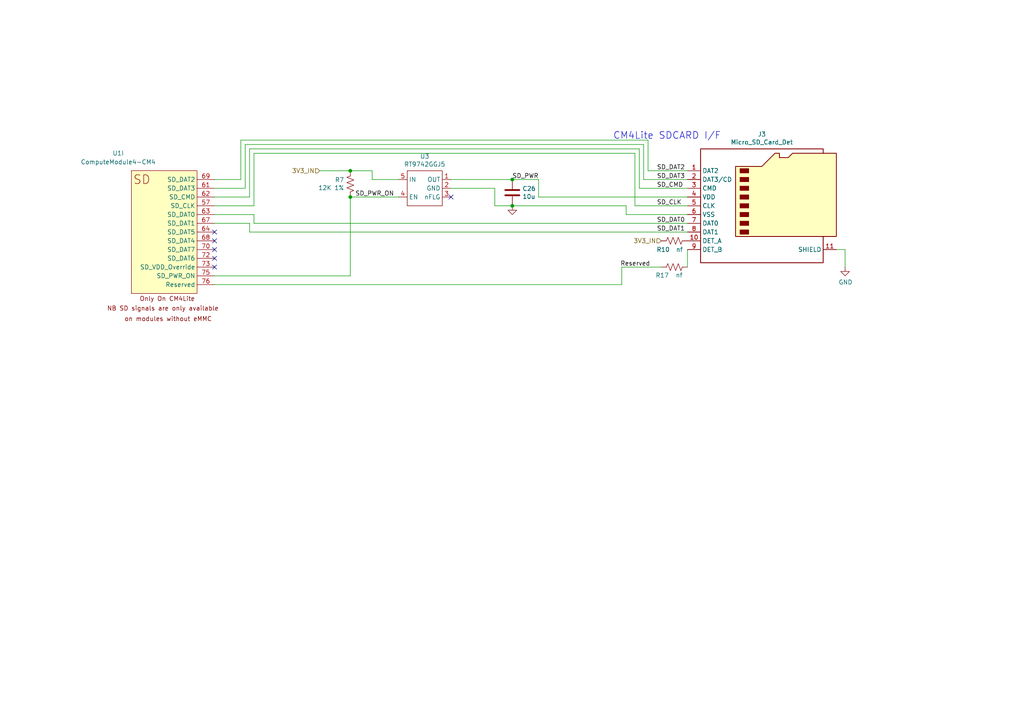
<source format=kicad_sch>
(kicad_sch (version 20231120) (generator "eeschema") (generator_version "8.0")
  (paper "A4")
  (lib_symbols
    (symbol "CM4IO:RT9742GGJ5"
      (property "Reference" "U" (at 0 0 0))
      (property "Value" "RT9742GGJ5" (at 0 0 0))
      (symbol "RT9742GGJ5_0_0"
        (pin power_out line (at -8.89 10.16 0) (length 2.54) (name "OUT") (number "1"))
        (pin power_in line (at -8.89 7.62 0) (length 2.54) (name "GND") (number "2"))
        (pin open_collector line (at -8.89 5.08 0) (length 2.54) (name "nFLG") (number "3"))
        (pin input line (at 6.35 5.08 180) (length 2.54) (name "EN") (number "4"))
        (pin power_in line (at 6.35 10.16 180) (length 2.54) (name "IN") (number "5"))
      )
      (symbol "RT9742GGJ5_0_1"
        (rectangle (start -6.35 12.7) (end 3.81 2.54))
      )
    )
    (symbol "ComputeModule4-CM4_4"
      (property "Reference" "U1" (at 22.86 5.08 0))
      (property "Value" "ComputeModule4-CM4" (at 22.86 2.54 0))
      (symbol "ComputeModule4-CM4_4_1_1"
        (rectangle (start 0 0) (end 78.74 -78.74) (fill (type background)))
        (text "GPIO" (at 72.644 -3.556 0) (effects (font (size 2.54 2.54))))
        (pin passive line (at -49.53 -7.62 0) (length 5.08) hide (name "Reserved") (number "104"))
        (pin passive line (at -49.53 -10.16 0) (length 5.08) hide (name "Reserved") (number "106"))
        (pin passive line (at -5.08 -68.58 0) (length 5.08) (name "GPIO26/SD0_DAT2/DPI_D22/SD1_DAT2/ARM_TDI/SPI5_CE1_N") (number "24"))
        (pin passive line (at -5.08 -55.88 0) (length 5.08) (name "GPIO21/PCM_DOUT/SD13/DPI_D17/SPI6_SCLK/SPI1_SCLK/GPCLK1") (number "25"))
        (pin passive line (at -5.08 -50.8 0) (length 5.08) (name "GPIO19/PCM_FS/SD11/DPI_D15/SPI6_MISO/SPI1_MISO/PWM0_1") (number "26"))
        (pin passive line (at -5.08 -53.34 0) (length 5.08) (name "GPIO20/PCM_DIN/SD12/DPI_D16/SPI6_MOSI/SPI1_MOSI/GPCLK0") (number "27"))
        (pin passive line (at -5.08 -35.56 0) (length 5.08) (name "GPIO13/PWM0_1/SD5/DPI_D9/SPI5_MISO/RXD5/SCL5") (number "28"))
        (pin passive line (at -5.08 -43.18 0) (length 5.08) (name "GPIO16/SD8/DPI_D12/CTS0/SPI1_CE2_N/CTS1") (number "29"))
        (pin passive line (at -5.08 -17.78 0) (length 5.08) (name "GPIO6/GPCLK2/SDE_N/SE/DPI_D2/SPI4_MOSI/CTS3/SDA4") (number "30"))
        (pin passive line (at -5.08 -33.02 0) (length 5.08) (name "GPIO12/PWM0_0/SD4/DPI_D8/SPI5_CE0_N/TXD5/SDA5") (number "31"))
        (pin passive line (at -5.08 -15.24 0) (length 5.08) (name "GPIO5/GPCLK1/SA0/DPI_D1/SPI4_MISO/RXD3/SCL3") (number "34"))
        (pin passive line (at -5.08 -5.08 0) (length 5.08) (name "GPIO1/SCL0/SA4/DE/SPI3_MISO/RXD2/SCL6") (number "35"))
        (pin passive line (at -5.08 -2.54 0) (length 5.08) (name "GPIO0/SDA0/SA5/PCLK/SPI3_CE0_N/TXD2/SDA6") (number "36"))
        (pin passive line (at -5.08 -20.32 0) (length 5.08) (name "GPIO7/SPI0_CE1_N/SWE_N/SRW_N/DPI_D3/SPI4_SCLK/RTS3/SCL4") (number "37"))
        (pin passive line (at -5.08 -30.48 0) (length 5.08) (name "GPIO11/SPI0_SCLK/SD3/DPI_D7/BSCSL_SCL/BSCSL_SCLK/RTS4/SCL5") (number "38"))
        (pin passive line (at -5.08 -22.86 0) (length 5.08) (name "GPIO8/SPI0_CE0_N/SD0/DPI_D4/BSCSL_CE_N/TXD4/SDA4") (number "39"))
        (pin passive line (at -5.08 -25.4 0) (length 5.08) (name "GPIO9/SPI0_MISO/SD1/DPI_D5/BSCSL_MISO/RXD4/SCL4") (number "40"))
        (pin passive line (at -5.08 -66.04 0) (length 5.08) (name "GPIO25/SD0_DAT1/SD17/DPI_D21/SD1_DAT1/ARM_TCK/SPI4_CE1_N") (number "41"))
        (pin passive line (at -5.08 -27.94 0) (length 5.08) (name "GPIO10/SPI0_MOSI/SD2/DPI_D6/BSCSL_SDA/BSCSL_MOSI/CTS4/SDA5") (number "44"))
        (pin passive line (at -5.08 -63.5 0) (length 5.08) (name "GPIO24/SD0_DAT0/SD16/DPI_D20/SD1_DAT0/ARM_TD0/SPI3_CE1_N") (number "45"))
        (pin passive line (at -5.08 -58.42 0) (length 5.08) (name "GPIO22/SDO_CLK/SD14/DPI_D18/SD1_CLK/ARM_TRST/SDA6") (number "46"))
        (pin passive line (at -5.08 -60.96 0) (length 5.08) (name "GPIO23/SD0_CMD/SD15/DPI_D19/SD1_CMD/ARM_RTCK/SCL6") (number "47"))
        (pin passive line (at -5.08 -71.12 0) (length 5.08) (name "GPIO27/SD0_DAT3/DPI_D23/SD1_DAT3/ARM_TMS/SPI6_CE1_N") (number "48"))
        (pin passive line (at -5.08 -48.26 0) (length 5.08) (name "GPIO18/PCM_CLK/SD10/DPI_D14/SPI6_CE0_N/SPI1_CE0_N/PWM0_0") (number "49"))
        (pin passive line (at -5.08 -45.72 0) (length 5.08) (name "GPIO17/SD9/DPI_D13/RTS0/SPI1_CE1_N/RTS1") (number "50"))
        (pin passive line (at -5.08 -40.64 0) (length 5.08) (name "GPIO15/RXD0/SD7/DPI_D11/SPI5_SCLK/RTS5/RXD1") (number "51"))
        (pin passive line (at -5.08 -12.7 0) (length 5.08) (name "GPIO4/GPCLK0/SA1/DPI_D0/SPI4_CE0_N/TXD3/SDA3") (number "54"))
        (pin passive line (at -5.08 -38.1 0) (length 5.08) (name "GPIO14/TXD0/SD6/DPI_D10/SPI5_MOSI/CTS5/TXD1") (number "55"))
        (pin passive line (at -5.08 -10.16 0) (length 5.08) (name "GPIO3/SCL1/SA2/LCD_HSYNC/SPI3_SCLK/RTS2/SCL3") (number "56"))
        (pin passive line (at -5.08 -7.62 0) (length 5.08) (name "GPIO2/SDA1/SA3/LCD_VSYNC/SPI3_MOSI/CTS2/SDA3") (number "58"))
        (pin passive line (at -5.08 -76.2 0) (length 5.08) (name "GPIO45/PWM0_1/SCL0/SCL1/SPI0_CE2_N/SD_CARD_PWR0") (number "80"))
        (pin passive line (at -5.08 -73.66 0) (length 5.08) (name "GPIO44/GPCLK1/SDA0/SDA1/SPI0_CE1_N/SD_CARD_VOLT") (number "82"))
      )
      (symbol "ComputeModule4-CM4_4_2_1"
        (rectangle (start 0 0) (end 34.29 -44.45) (fill (type background)))
        (text "HDMI" (at 17.526 -22.606 900) (effects (font (size 2.54 2.54))))
        (pin input line (at -5.08 -35.56 0) (length 5.08) (name "HDMI1_HOTPLUG") (number "143"))
        (pin bidirectional line (at -5.08 -39.37 0) (length 5.08) (name "HDMI1_SDA") (number "145"))
        (pin output line (at -5.08 -2.54 0) (length 5.08) (name "HDMI1_TX2_P") (number "146"))
        (pin open_collector line (at -5.08 -41.91 0) (length 5.08) (name "HDMI1_SCL") (number "147"))
        (pin output line (at -5.08 -5.08 0) (length 5.08) (name "HDMI1_TX2_N") (number "148"))
        (pin open_collector line (at -5.08 -33.02 0) (length 5.08) (name "HDMI1_CEC") (number "149"))
        (pin open_collector line (at 39.37 -33.02 180) (length 5.08) (name "HDMI0_CEC") (number "151"))
        (pin output line (at -5.08 -10.16 0) (length 5.08) (name "HDMI1_TX1_P") (number "152"))
        (pin input line (at 39.37 -35.56 180) (length 5.08) (name "HDMI0_HOTPLUG") (number "153"))
        (pin output line (at -5.08 -12.7 0) (length 5.08) (name "HDMI1_TX1_N") (number "154"))
        (pin output line (at -5.08 -17.78 0) (length 5.08) (name "HDMI1_TX0_P") (number "158"))
        (pin output line (at -5.08 -20.32 0) (length 5.08) (name "HDMI1_TX0_N") (number "160"))
        (pin output line (at -5.08 -25.4 0) (length 5.08) (name "HDMI1_CLK_P") (number "164"))
        (pin output line (at -5.08 -27.94 0) (length 5.08) (name "HDMI1_CLK_N") (number "166"))
        (pin output line (at 39.37 -2.54 180) (length 5.08) (name "HDMI0_TX2_P") (number "170"))
        (pin output line (at 39.37 -5.08 180) (length 5.08) (name "HDMI0_TX2_N") (number "172"))
        (pin output line (at 39.37 -10.16 180) (length 5.08) (name "HDMI0_TX1_P") (number "176"))
        (pin output line (at 39.37 -12.7 180) (length 5.08) (name "HDMI0_TX1_N") (number "178"))
        (pin output line (at 39.37 -17.78 180) (length 5.08) (name "HDMI0_TX0_P") (number "182"))
        (pin output line (at 39.37 -20.32 180) (length 5.08) (name "HDMI0_TX0_N") (number "184"))
        (pin output line (at 39.37 -25.4 180) (length 5.08) (name "HDMI0_CLK_P") (number "188"))
        (pin output line (at 39.37 -27.94 180) (length 5.08) (name "HDMI0_CLK_N") (number "190"))
        (pin bidirectional line (at 39.37 -39.37 180) (length 5.08) (name "HDMI0_SDA") (number "199"))
        (pin open_collector line (at 39.37 -41.91 180) (length 5.08) (name "HDMI0_SCL") (number "200"))
      )
      (symbol "ComputeModule4-CM4_4_3_1"
        (rectangle (start 0 0) (end 17.78 -68.58) (fill (type background)))
        (text "GND" (at 9.144 -33.02 900) (effects (font (size 2.54 2.54))))
        (pin power_in line (at -5.08 -2.54 0) (length 5.08) (name "GND") (number "1"))
        (pin power_in line (at -5.08 -58.42 0) (length 5.08) (name "GND") (number "107"))
        (pin power_in line (at -5.08 -55.88 0) (length 5.08) (name "GND") (number "108"))
        (pin power_in line (at -5.08 -60.96 0) (length 5.08) (name "GND") (number "113"))
        (pin power_in line (at -5.08 -63.5 0) (length 5.08) (name "GND") (number "114"))
        (pin power_in line (at -5.08 -66.04 0) (length 5.08) (name "GND") (number "119"))
        (pin power_in line (at 22.86 -2.54 180) (length 5.08) (name "GND") (number "120"))
        (pin power_in line (at 22.86 -5.08 180) (length 5.08) (name "GND") (number "125"))
        (pin power_in line (at 22.86 -7.62 180) (length 5.08) (name "GND") (number "126"))
        (pin power_in line (at -5.08 -12.7 0) (length 5.08) (name "GND") (number "13"))
        (pin power_in line (at 22.86 -10.16 180) (length 5.08) (name "GND") (number "131"))
        (pin power_in line (at 22.86 -12.7 180) (length 5.08) (name "GND") (number "132"))
        (pin power_in line (at 22.86 -15.24 180) (length 5.08) (name "GND") (number "137"))
        (pin power_in line (at 22.86 -17.78 180) (length 5.08) (name "GND") (number "138"))
        (pin power_in line (at -5.08 -15.24 0) (length 5.08) (name "GND") (number "14"))
        (pin power_in line (at 22.86 -20.32 180) (length 5.08) (name "GND") (number "144"))
        (pin power_in line (at 22.86 -22.86 180) (length 5.08) (name "GND") (number "150"))
        (pin power_in line (at 22.86 -25.4 180) (length 5.08) (name "GND") (number "155"))
        (pin power_in line (at 22.86 -27.94 180) (length 5.08) (name "GND") (number "156"))
        (pin power_in line (at 22.86 -30.48 180) (length 5.08) (name "GND") (number "161"))
        (pin power_in line (at 22.86 -33.02 180) (length 5.08) (name "GND") (number "162"))
        (pin power_in line (at 22.86 -35.56 180) (length 5.08) (name "GND") (number "167"))
        (pin power_in line (at 22.86 -38.1 180) (length 5.08) (name "GND") (number "168"))
        (pin power_in line (at 22.86 -40.64 180) (length 5.08) (name "GND") (number "173"))
        (pin power_in line (at 22.86 -43.18 180) (length 5.08) (name "GND") (number "174"))
        (pin power_in line (at 22.86 -45.72 180) (length 5.08) (name "GND") (number "179"))
        (pin power_in line (at 22.86 -48.26 180) (length 5.08) (name "GND") (number "180"))
        (pin power_in line (at 22.86 -50.8 180) (length 5.08) (name "GND") (number "185"))
        (pin power_in line (at 22.86 -53.34 180) (length 5.08) (name "GND") (number "186"))
        (pin power_in line (at 22.86 -55.88 180) (length 5.08) (name "GND") (number "191"))
        (pin power_in line (at 22.86 -58.42 180) (length 5.08) (name "GND") (number "192"))
        (pin power_in line (at 22.86 -60.96 180) (length 5.08) (name "GND") (number "197"))
        (pin power_in line (at 22.86 -63.5 180) (length 5.08) (name "GND") (number "198"))
        (pin power_in line (at -5.08 -5.08 0) (length 5.08) (name "GND") (number "2"))
        (pin power_in line (at -5.08 -17.78 0) (length 5.08) (name "GND") (number "22"))
        (pin power_in line (at -5.08 -20.32 0) (length 5.08) (name "GND") (number "23"))
        (pin power_in line (at -5.08 -22.86 0) (length 5.08) (name "GND") (number "32"))
        (pin power_in line (at -5.08 -25.4 0) (length 5.08) (name "GND") (number "33"))
        (pin power_in line (at -5.08 -27.94 0) (length 5.08) (name "GND") (number "42"))
        (pin power_in line (at -5.08 -30.48 0) (length 5.08) (name "GND") (number "43"))
        (pin power_in line (at -5.08 -33.02 0) (length 5.08) (name "GND") (number "52"))
        (pin power_in line (at -5.08 -35.56 0) (length 5.08) (name "GND") (number "53"))
        (pin power_in line (at -5.08 -38.1 0) (length 5.08) (name "GND") (number "59"))
        (pin power_in line (at -5.08 -40.64 0) (length 5.08) (name "GND") (number "60"))
        (pin power_in line (at -5.08 -43.18 0) (length 5.08) (name "GND") (number "65"))
        (pin power_in line (at -5.08 -45.72 0) (length 5.08) (name "GND") (number "66"))
        (pin power_in line (at -5.08 -7.62 0) (length 5.08) (name "GND") (number "7"))
        (pin power_in line (at -5.08 -48.26 0) (length 5.08) (name "GND") (number "71"))
        (pin power_in line (at -5.08 -50.8 0) (length 5.08) (name "GND") (number "74"))
        (pin power_in line (at -5.08 -10.16 0) (length 5.08) (name "GND") (number "8"))
        (pin power_in line (at -5.08 -53.34 0) (length 5.08) (name "GND") (number "98"))
      )
      (symbol "ComputeModule4-CM4_4_4_1"
        (rectangle (start 0 0) (end 22.86 -31.75) (fill (type background)))
        (text "PCIe" (at 17.78 -2.794 0) (effects (font (size 2.54 2.54))))
        (pin input line (at -5.08 -25.4 0) (length 5.08) (name "PCIe_CLK_nREQ") (number "102"))
        (pin bidirectional line (at -5.08 -27.94 0) (length 5.08) (name "PCIe_nRST") (number "109"))
        (pin output line (at -5.08 -17.78 0) (length 5.08) (name "PCIe_CLK_P") (number "110"))
        (pin output line (at -5.08 -20.32 0) (length 5.08) (name "PCIe_CLK_N") (number "112"))
        (pin input line (at -5.08 -2.54 0) (length 5.08) (name "PCIe_RX_P") (number "116"))
        (pin input line (at -5.08 -5.08 0) (length 5.08) (name "PCIe_RX_N") (number "118"))
        (pin output line (at -5.08 -10.16 0) (length 5.08) (name "PCIe_TX_P") (number "122"))
        (pin output line (at -5.08 -12.7 0) (length 5.08) (name "PCIe_TX_N") (number "124"))
      )
      (symbol "ComputeModule4-CM4_4_5_1"
        (rectangle (start 0 0) (end 30.48 -38.1) (fill (type background)))
        (text "Cameras" (at 8.89 -35.56 0) (effects (font (size 2.54 2.54))))
        (pin input line (at 35.56 -2.54 180) (length 5.08) (name "CAM1_D0_N") (number "115"))
        (pin input line (at 35.56 -5.08 180) (length 5.08) (name "CAM1_D0_P") (number "117"))
        (pin input line (at 35.56 -10.16 180) (length 5.08) (name "CAM1_D1_N") (number "121"))
        (pin input line (at 35.56 -12.7 180) (length 5.08) (name "CAM1_D1_P") (number "123"))
        (pin input line (at 35.56 -17.78 180) (length 5.08) (name "CAM1_C_N") (number "127"))
        (pin input line (at -5.08 -2.54 0) (length 5.08) (name "CAM0_D0_N") (number "128"))
        (pin input line (at 35.56 -20.32 180) (length 5.08) (name "CAM1_C_P") (number "129"))
        (pin input line (at -5.08 -5.08 0) (length 5.08) (name "CAM0_D0_P") (number "130"))
        (pin input line (at 35.56 -25.4 180) (length 5.08) (name "CAM1_D2_N") (number "133"))
        (pin input line (at -5.08 -10.16 0) (length 5.08) (name "CAM0_D1_N") (number "134"))
        (pin input line (at 35.56 -27.94 180) (length 5.08) (name "CAM1_D2_P") (number "135"))
        (pin input line (at -5.08 -12.7 0) (length 5.08) (name "CAM0_D1_P") (number "136"))
        (pin input line (at 35.56 -33.02 180) (length 5.08) (name "CAM1_D3_N") (number "139"))
        (pin input line (at -5.08 -17.78 0) (length 5.08) (name "CAM0_C_N") (number "140"))
        (pin input line (at 35.56 -35.56 180) (length 5.08) (name "CAM1_D3_P") (number "141"))
        (pin input line (at -5.08 -20.32 0) (length 5.08) (name "CAM0_C_P") (number "142"))
        (pin passive line (at -5.08 -25.4 0) (length 5.08) (name "Camera_GPIO") (number "97"))
      )
      (symbol "ComputeModule4-CM4_4_6_1"
        (rectangle (start 0 0) (end 30.48 -38.1) (fill (type background)))
        (text "DSI" (at 3.302 -35.814 0) (effects (font (size 2.54 2.54))))
        (pin output line (at -5.08 -2.54 0) (length 5.08) (name "DSI0_D0_N") (number "157"))
        (pin output line (at -5.08 -5.08 0) (length 5.08) (name "DSI0_D0_P") (number "159"))
        (pin output line (at -5.08 -10.16 0) (length 5.08) (name "DSI0_D1_N") (number "163"))
        (pin output line (at -5.08 -12.7 0) (length 5.08) (name "DSI0_D1_P") (number "165"))
        (pin output line (at -5.08 -17.78 0) (length 5.08) (name "DSI0_C_N") (number "169"))
        (pin output line (at -5.08 -20.32 0) (length 5.08) (name "DSI0_C_P") (number "171"))
        (pin output line (at 35.56 -2.54 180) (length 5.08) (name "DSI1_D0_N") (number "175"))
        (pin output line (at 35.56 -5.08 180) (length 5.08) (name "DSI1_D0_P") (number "177"))
        (pin output line (at 35.56 -10.16 180) (length 5.08) (name "DSI1_D1_N") (number "181"))
        (pin output line (at 35.56 -12.7 180) (length 5.08) (name "DSI1_D1_P") (number "183"))
        (pin output line (at 35.56 -33.02 180) (length 5.08) (name "DSI1_C_N") (number "187"))
        (pin output line (at 35.56 -35.56 180) (length 5.08) (name "DSI1_C_P") (number "189"))
        (pin output line (at 35.56 -17.78 180) (length 5.08) (name "DSI1_D2_N") (number "193"))
        (pin output line (at 35.56 -25.4 180) (length 5.08) (name "DSI1_D3_N") (number "194"))
        (pin output line (at 35.56 -20.32 180) (length 5.08) (name "DSI1_D2_P") (number "195"))
        (pin output line (at 35.56 -27.94 180) (length 5.08) (name "DSI1_D3_P") (number "196"))
      )
      (symbol "ComputeModule4-CM4_4_7_1"
        (rectangle (start 0 0) (end 45.72 -20.32) (fill (type background)))
        (text "Power" (at 21.336 -5.334 0) (effects (font (size 2.54 2.54))))
        (pin power_in line (at -5.08 -2.54 0) (length 5.08) (name "+5v_(Input)") (number "77"))
        (pin power_in line (at 50.8 -10.16 180) (length 5.08) (name "GPIO_VREF(1.8v/3.3v_Input)") (number "78"))
        (pin power_in line (at -5.08 -5.08 0) (length 5.08) (name "+5v_(Input)") (number "79"))
        (pin power_in line (at -5.08 -7.62 0) (length 5.08) (name "+5v_(Input)") (number "81"))
        (pin power_in line (at -5.08 -10.16 0) (length 5.08) (name "+5v_(Input)") (number "83"))
        (pin power_out line (at 50.8 -15.24 180) (length 5.08) (name "+3.3v_(Output)") (number "84"))
        (pin power_in line (at -5.08 -12.7 0) (length 5.08) (name "+5v_(Input)") (number "85"))
        (pin power_out line (at 50.8 -17.78 180) (length 5.08) (name "+3.3v_(Output)") (number "86"))
        (pin power_in line (at -5.08 -15.24 0) (length 5.08) (name "+5v_(Input)") (number "87"))
        (pin power_out line (at 50.8 -2.54 180) (length 5.08) (name "+1.8v_(Output)") (number "88"))
        (pin power_out line (at 50.8 -5.08 180) (length 5.08) (name "+1.8v_(Output)") (number "90"))
      )
      (symbol "ComputeModule4-CM4_4_8_1"
        (rectangle (start 0 0) (end 49.53 -27.94) (fill (type background)))
        (text "Ethernet" (at 49.022 -2.54 0) (effects (font (size 2.54 2.54)) (justify right)))
        (pin passive line (at -5.08 -5.08 0) (length 5.08) (name "Ethernet_Pair0_N") (number "10"))
        (pin passive line (at -5.08 -12.7 0) (length 5.08) (name "Ethernet_Pair2_P") (number "11"))
        (pin passive line (at -5.08 -2.54 0) (length 5.08) (name "Ethernet_Pair0_P") (number "12"))
        (pin output line (at 54.61 -10.16 180) (length 5.08) (name "Ethernet_nLED3(3.3v)") (number "15"))
        (pin input line (at -5.08 -25.4 0) (length 5.08) (name "Ethernet_SYNC_IN(1.8v)") (number "16"))
        (pin output line (at 54.61 -12.7 180) (length 5.08) (name "Ethernet_nLED2(3.3v)") (number "17"))
        (pin output line (at 54.61 -25.4 180) (length 5.08) (name "Ethernet_SYNC_OUT(1.8v)") (number "18"))
        (pin output line (at 54.61 -15.24 180) (length 5.08) (name "Ethernet_nLED1(3.3v)") (number "19"))
        (pin passive line (at -5.08 -17.78 0) (length 5.08) (name "Ethernet_Pair3_P") (number "3"))
        (pin passive line (at -5.08 -7.62 0) (length 5.08) (name "Ethernet_Pair1_P") (number "4"))
        (pin passive line (at -5.08 -20.32 0) (length 5.08) (name "Ethernet_Pair3_N") (number "5"))
        (pin passive line (at -5.08 -10.16 0) (length 5.08) (name "Ethernet_Pair1_N") (number "6"))
        (pin passive line (at -5.08 -15.24 0) (length 5.08) (name "Ethernet_Pair2_N") (number "9"))
      )
      (symbol "ComputeModule4-CM4_4_9_1"
        (rectangle (start 0 0) (end 19.05 -35.56) (fill (type background)))
        (text "NB SD signals are only available" (at 9.906 -39.878 0) (effects (font (size 1.27 1.27))))
        (text "on modules without eMMC" (at 8.382 -42.926 0) (effects (font (size 1.27 1.27))))
        (text "Only On CM4Lite" (at 8.636 -37.084 0) (effects (font (size 1.27 1.27))))
        (text "SD" (at 16.002 -2.54 0) (effects (font (size 2.54 2.54))))
        (pin passive line (at -5.08 -10.16 0) (length 5.08) (name "SD_CLK") (number "57"))
        (pin passive line (at -5.08 -5.08 0) (length 5.08) (name "SD_DAT3") (number "61"))
        (pin passive line (at -5.08 -7.62 0) (length 5.08) (name "SD_CMD") (number "62"))
        (pin passive line (at -5.08 -12.7 0) (length 5.08) (name "SD_DAT0") (number "63"))
        (pin passive line (at -5.08 -17.78 0) (length 5.08) (name "SD_DAT5") (number "64"))
        (pin passive line (at -5.08 -15.24 0) (length 5.08) (name "SD_DAT1") (number "67"))
        (pin passive line (at -5.08 -20.32 0) (length 5.08) (name "SD_DAT4") (number "68"))
        (pin passive line (at -5.08 -2.54 0) (length 5.08) (name "SD_DAT2") (number "69"))
        (pin passive line (at -5.08 -22.86 0) (length 5.08) (name "SD_DAT7") (number "70"))
        (pin passive line (at -5.08 -25.4 0) (length 5.08) (name "SD_DAT6") (number "72"))
        (pin input line (at -5.08 -27.94 0) (length 5.08) (name "SD_VDD_Override") (number "73"))
        (pin output line (at -5.08 -30.48 0) (length 5.08) (name "SD_PWR_ON") (number "75"))
        (pin passive line (at -5.08 -33.02 0) (length 5.08) (name "Reserved") (number "76"))
      )
      (symbol "ComputeModule4-CM4_4_10_1"
        (rectangle (start 0 0) (end 26.67 -33.02) (fill (type background)))
        (text "Boot &\nStatus" (at 19.304 -4.318 0) (effects (font (size 2.54 2.54))))
        (pin output line (at -5.08 -10.16 0) (length 5.08) (name "nEXTRST") (number "100"))
        (pin passive line (at -5.08 -30.48 0) (length 5.08) (name "VDAC_COMP") (number "111"))
        (pin passive line (at -5.08 -25.4 0) (length 5.08) (name "EEPROM_nWP") (number "20"))
        (pin open_collector line (at -5.08 -27.94 0) (length 5.08) (name "PI_nLED_Activity") (number "21"))
        (pin power_in line (at -5.08 -20.32 0) (length 5.08) (name "WiFi_nDisable") (number "89"))
        (pin power_in line (at -5.08 -22.86 0) (length 5.08) (name "BT_nDisable") (number "91"))
        (pin passive line (at -5.08 -2.54 0) (length 5.08) (name "RUN_PG") (number "92"))
        (pin input line (at -5.08 -17.78 0) (length 5.08) (name "nRPIBOOT") (number "93"))
        (pin passive line (at -5.08 -5.08 0) (length 5.08) (name "AnalogIP1") (number "94"))
        (pin output line (at -5.08 -15.24 0) (length 5.08) (name "nPI_LED_PWR") (number "95"))
        (pin passive line (at -5.08 -7.62 0) (length 5.08) (name "AnalogIP0") (number "96"))
        (pin input line (at -5.08 -12.7 0) (length 5.08) (name "Global_EN") (number "99"))
      )
      (symbol "ComputeModule4-CM4_4_11_1"
        (rectangle (start 0 0) (end 24.13 -10.16) (fill (type background)))
        (text "USB" (at 19.558 -5.334 0) (effects (font (size 2.54 2.54))))
        (pin input line (at -5.08 -2.54 0) (length 5.08) (name "USB_OTG_ID") (number "101"))
        (pin passive line (at -5.08 -5.08 0) (length 5.08) (name "USB2_N") (number "103"))
        (pin passive line (at 29.21 -5.08 180) (length 5.08) hide (name "Reserved") (number "104"))
        (pin passive line (at -5.08 -7.62 0) (length 5.08) (name "USB2_P") (number "105"))
        (pin passive line (at 29.21 -7.62 180) (length 5.08) hide (name "Reserved") (number "106"))
        (pin passive line (at 29.21 -2.54 180) (length 5.08) hide (name "Reserved") (number "76"))
      )
    )
    (symbol "Connector:Micro_SD_Card_Det"
      (property "Reference" "J" (at -16.51 17.78 0))
      (property "Value" "Micro_SD_Card_Det" (at 16.51 17.78 0))
      (symbol "Micro_SD_Card_Det_0_1"
        (rectangle (start -7.62 -6.985) (end -5.08 -8.255) (fill (type outline)))
        (rectangle (start -7.62 -4.445) (end -5.08 -5.715) (fill (type outline)))
        (rectangle (start -7.62 -1.905) (end -5.08 -3.175) (fill (type outline)))
        (rectangle (start -7.62 0.635) (end -5.08 -0.635) (fill (type outline)))
        (rectangle (start -7.62 3.175) (end -5.08 1.905) (fill (type outline)))
        (rectangle (start -7.62 5.715) (end -5.08 4.445) (fill (type outline)))
        (rectangle (start -7.62 8.255) (end -5.08 6.985) (fill (type outline)))
        (rectangle (start -7.62 10.795) (end -5.08 9.525) (fill (type outline)))
        (polyline (pts (xy 16.51 15.24) (xy 16.51 16.51) (xy -19.05 16.51) (xy -19.05 -16.51) (xy 16.51 -16.51) (xy 16.51 -8.89)) (stroke (width 0.254)))
        (polyline (pts (xy -8.89 -8.89) (xy -8.89 11.43) (xy -1.27 11.43) (xy 2.54 15.24) (xy 3.81 15.24) (xy 3.81 13.97) (xy 6.35 13.97) (xy 7.62 15.24) (xy 20.32 15.24) (xy 20.32 -8.89) (xy -8.89 -8.89)) (stroke (width 0.254)) (fill (type background)))
      )
      (symbol "Micro_SD_Card_Det_1_1"
        (pin bidirectional line (at -22.86 10.16 0) (length 3.81) (name "DAT2") (number "1"))
        (pin passive line (at -22.86 -10.16 0) (length 3.81) (name "DET_A") (number "10"))
        (pin passive line (at 20.32 -12.7 180) (length 3.81) (name "SHIELD") (number "11"))
        (pin bidirectional line (at -22.86 7.62 0) (length 3.81) (name "DAT3/CD") (number "2"))
        (pin input line (at -22.86 5.08 0) (length 3.81) (name "CMD") (number "3"))
        (pin power_in line (at -22.86 2.54 0) (length 3.81) (name "VDD") (number "4"))
        (pin input line (at -22.86 0 0) (length 3.81) (name "CLK") (number "5"))
        (pin power_in line (at -22.86 -2.54 0) (length 3.81) (name "VSS") (number "6"))
        (pin bidirectional line (at -22.86 -5.08 0) (length 3.81) (name "DAT0") (number "7"))
        (pin bidirectional line (at -22.86 -7.62 0) (length 3.81) (name "DAT1") (number "8"))
        (pin passive line (at -22.86 -12.7 0) (length 3.81) (name "DET_B") (number "9"))
      )
    )
    (symbol "Device:C" (pin_numbers hide) (pin_names (offset 0.254))
      (property "Reference" "C" (at 0.635 2.54 0))
      (property "Value" "C" (at 0.635 -2.54 0))
      (symbol "C_0_1"
        (polyline (pts (xy -2.032 -0.762) (xy 2.032 -0.762)) (stroke (width 0.508)))
        (polyline (pts (xy -2.032 0.762) (xy 2.032 0.762)) (stroke (width 0.508)))
      )
      (symbol "C_1_1"
        (pin passive line (at 0 3.81 270) (length 2.794) (name "~") (number "1"))
        (pin passive line (at 0 -3.81 90) (length 2.794) (name "~") (number "2"))
      )
    )
    (symbol "Device:R_US" (pin_numbers hide) (pin_names (offset 0))
      (property "Reference" "R" (at 2.54 0 90))
      (property "Value" "R_US" (at -2.54 0 90))
      (symbol "R_US_0_1"
        (polyline (pts (xy 0 -2.286) (xy 0 -2.54)))
        (polyline (pts (xy 0 2.286) (xy 0 2.54)))
        (polyline (pts (xy 0 -0.762) (xy 1.016 -1.143) (xy 0 -1.524) (xy -1.016 -1.905) (xy 0 -2.286)))
        (polyline (pts (xy 0 0.762) (xy 1.016 0.381) (xy 0 0) (xy -1.016 -0.381) (xy 0 -0.762)))
        (polyline (pts (xy 0 2.286) (xy 1.016 1.905) (xy 0 1.524) (xy -1.016 1.143) (xy 0 0.762)))
      )
      (symbol "R_US_1_1"
        (pin passive line (at 0 3.81 270) (length 1.27) (name "~") (number "1"))
        (pin passive line (at 0 -3.81 90) (length 1.27) (name "~") (number "2"))
      )
    )
    (symbol "power:GND" (power) (pin_names (offset 0))
      (property "Value" "GND" (at 0 -3.81 0))
      (symbol "GND_0_1"
        (polyline (pts (xy 0 0) (xy 0 -1.27) (xy 1.27 -1.27) (xy 0 -2.54) (xy -1.27 -1.27) (xy 0 -1.27)))
      )
      (symbol "GND_1_1"
        (pin power_in line (at 0 0 270) (length 0) hide (name "GND") (number "1"))
      )
    )
  )
  (junction (at 148.59 52.07))
  (junction (at 101.6 49.53))
  (junction (at 101.6 57.15))
  (junction (at 148.59 59.69))
  (no_connect (at 62.23 69.85))
  (no_connect (at 62.23 72.39))
  (no_connect (at 62.23 77.47))
  (no_connect (at 62.23 67.31))
  (no_connect (at 62.23 74.93))
  (no_connect (at 130.81 57.15))
  (wire (pts (xy 73.66 59.69) (xy 62.23 59.69)))
  (wire (pts (xy 184.15 59.69) (xy 199.39 59.69)))
  (wire (pts (xy 199.39 72.39) (xy 199.39 77.47)))
  (wire (pts (xy 69.85 52.07) (xy 69.85 40.64)))
  (wire (pts (xy 143.51 59.69) (xy 148.59 59.69)))
  (wire (pts (xy 73.66 44.45) (xy 73.66 59.69)))
  (wire (pts (xy 62.23 62.23) (xy 73.66 62.23)))
  (wire (pts (xy 72.39 64.77) (xy 72.39 67.31)))
  (wire (pts (xy 148.59 52.07) (xy 156.21 52.07)))
  (wire (pts (xy 101.6 80.01) (xy 62.23 80.01)))
  (wire (pts (xy 92.71 49.53) (xy 101.6 49.53)))
  (wire (pts (xy 101.6 57.15) (xy 115.57 57.15)))
  (wire (pts (xy 115.57 52.07) (xy 107.95 52.07)))
  (wire (pts (xy 62.23 64.77) (xy 72.39 64.77)))
  (wire (pts (xy 184.15 44.45) (xy 73.66 44.45)))
  (wire (pts (xy 101.6 57.15) (xy 101.6 80.01)))
  (wire (pts (xy 180.34 82.55) (xy 180.34 77.47)))
  (wire (pts (xy 186.69 41.91) (xy 186.69 52.07)))
  (wire (pts (xy 245.11 72.39) (xy 245.11 77.47)))
  (wire (pts (xy 242.57 72.39) (xy 245.11 72.39)))
  (wire (pts (xy 185.42 43.18) (xy 185.42 54.61)))
  (wire (pts (xy 181.61 62.23) (xy 199.39 62.23)))
  (wire (pts (xy 130.81 54.61) (xy 143.51 54.61)))
  (wire (pts (xy 107.95 49.53) (xy 107.95 52.07)))
  (wire (pts (xy 187.96 40.64) (xy 187.96 49.53)))
  (wire (pts (xy 185.42 54.61) (xy 199.39 54.61)))
  (wire (pts (xy 62.23 52.07) (xy 69.85 52.07)))
  (wire (pts (xy 181.61 59.69) (xy 181.61 62.23)))
  (wire (pts (xy 72.39 57.15) (xy 72.39 43.18)))
  (wire (pts (xy 69.85 40.64) (xy 187.96 40.64)))
  (wire (pts (xy 143.51 54.61) (xy 143.51 59.69)))
  (wire (pts (xy 101.6 49.53) (xy 107.95 49.53)))
  (wire (pts (xy 62.23 82.55) (xy 180.34 82.55)))
  (wire (pts (xy 73.66 62.23) (xy 73.66 64.77)))
  (wire (pts (xy 62.23 54.61) (xy 71.12 54.61)))
  (wire (pts (xy 180.34 77.47) (xy 191.77 77.47)))
  (wire (pts (xy 130.81 52.07) (xy 148.59 52.07)))
  (wire (pts (xy 72.39 43.18) (xy 185.42 43.18)))
  (wire (pts (xy 186.69 52.07) (xy 199.39 52.07)))
  (wire (pts (xy 199.39 57.15) (xy 156.21 57.15)))
  (wire (pts (xy 62.23 57.15) (xy 72.39 57.15)))
  (wire (pts (xy 148.59 59.69) (xy 181.61 59.69)))
  (wire (pts (xy 184.15 59.69) (xy 184.15 44.45)))
  (wire (pts (xy 187.96 49.53) (xy 199.39 49.53)))
  (wire (pts (xy 72.39 67.31) (xy 199.39 67.31)))
  (wire (pts (xy 71.12 54.61) (xy 71.12 41.91)))
  (wire (pts (xy 73.66 64.77) (xy 199.39 64.77)))
  (wire (pts (xy 156.21 57.15) (xy 156.21 52.07)))
  (wire (pts (xy 71.12 41.91) (xy 186.69 41.91)))
  (text "CM4Lite SDCARD I/F" (at 177.8 40.64 0) (effects (font (size 2.007 2.007)) (justify left bottom)))
  (label "SD_PWR" (at 148.59 52.07 0))
  (label "SD_CMD" (at 190.5 54.61 0))
  (label "SD_DAT2" (at 190.5 49.53 0))
  (label "SD_PWR_ON" (at 114.3 57.15 180))
  (label "SD_DAT3" (at 190.5 52.07 0))
  (label "SD_DAT0" (at 190.5 64.77 0))
  (label "SD_CLK" (at 190.5 59.69 0))
  (label "SD_DAT1" (at 190.5 67.31 0))
  (label "Reserved" (at 188.595 77.47 180))
  (hierarchical_label "3V3_IN" (shape input) (at 191.77 69.85 180))
  (hierarchical_label "3V3_IN" (shape input) (at 92.71 49.53 180))
  (symbol (lib_id "power:GND") (at 148.59 59.69 0) (unit 1)
    (property "Reference" "#PWR029" (effects (hide yes)))
    (property "Value" "GND" (effects (hide yes)))
  )
  (symbol (lib_id "Device:R_US") (at 101.6 53.34 0) (mirror y) (unit 1)
    (property "Reference" "R7" (at 99.822 52.1716 0) (effects (justify left)))
    (property "Value" "12K 1%" (at 99.822 54.483 0) (effects (justify left)))
    (property "Footprint" "Resistor_SMD:R_0402_1005Metric" (effects (hide yes)))
    (property "Description" "Resistor, US symbol" (effects (hide yes)))
    (property "Field4" "Farnell" (effects (hide yes)))
    (property "Field5" "9239367" (effects (hide yes)))
    (property "Field7" "Rohm" (effects (hide yes)))
    (property "Field6" "MCR01MZPF1202" (effects (hide yes)))
    (property "Part Description" "Resistor 12K M1005 1% 63mW" (effects (hide yes)))
  )
  (symbol (lib_id "Device:R_US") (at 195.58 77.47 90) (unit 1)
    (property "Reference" "R17" (at 194.0306 79.8576 90) (effects (justify left)))
    (property "Value" "nf" (at 198.0438 79.8068 90) (effects (justify left)))
    (property "Footprint" "Resistor_SMD:R_0402_1005Metric" (effects (hide yes)))
    (property "Description" "Resistor, US symbol" (effects (hide yes)))
    (property "Field4" "Farnell" (effects (hide yes)))
    (property "Field5" "9239235" (effects (hide yes)))
    (property "Field7" "KOA EUROPE GMBH" (effects (hide yes)))
    (property "Field6" "RK73H1ETTP1001F" (effects (hide yes)))
    (property "Part Description" "Resistor 1K M1005 1% 63mW" (effects (hide yes)))
    (property "Field8" "125049511" (effects (hide yes)))
  )
  (symbol (lib_id "Connector:Micro_SD_Card_Det") (at 222.25 59.69 0) (unit 1)
    (property "Reference" "J3" (at 220.98 38.9382 0))
    (property "Value" "Micro_SD_Card_Det" (at 220.98 41.2496 0))
    (property "Footprint" "CM4IO:SDCARD_MOLEX_503398-1892" (effects (hide yes)))
    (property "Datasheet" "https://www.hirose.com/product/en/download_file/key_name/DM3/category/Catalog/doc_file_id/49662/?file_category_id=4&item_id=195&is_series=1" (effects (hide yes)))
    (property "Field4" "Farnell" (effects (hide yes)))
    (property "Field5" "2358234" (effects (hide yes)))
    (property "Field6" "503398-1892" (effects (hide yes)))
    (property "Field7" "Molex" (effects (hide yes)))
    (property "Part Description" "9 (8 + 1) Position Card Connector microSD™ Surface Mount, Right Angle Gold" (effects (hide yes)))
    (property "Field8" "UCON00512" (effects (hide yes)))
  )
  (symbol (lib_id "CM4IO:RT9742GGJ5") (at 121.92 62.23 0) (mirror y) (unit 1)
    (property "Reference" "U3" (at 123.19 45.339 0))
    (property "Value" "RT9742GGJ5" (at 123.19 47.6504 0))
    (property "Footprint" "Package_TO_SOT_SMD:SOT-23-5" (effects (hide yes)))
    (property "Datasheet" "https://www.richtek.com/assets/product_file/RT9742/DS9742-00.pdf" (effects (hide yes)))
    (property "Field4" "Farnell" (effects (hide yes)))
    (property "Field5" "	2545875" (effects (hide yes)))
    (property "Field6" "RT9742GGJ5" (effects (hide yes)))
    (property "Field7" "RichTek" (effects (hide yes)))
    (property "Field8" "USWI00166" (effects (hide yes)))
    (property "Part Description" "	Power Switch/Driver 1:1 N-Channel 1A TSOT-23-5" (effects (hide yes)))
  )
  (symbol (lib_id "Device:C") (at 148.59 55.88 0) (unit 1)
    (property "Reference" "C26" (at 151.511 54.7116 0) (effects (justify left)))
    (property "Value" "10u" (at 151.511 57.023 0) (effects (justify left)))
    (property "Footprint" "Capacitor_SMD:C_0805_2012Metric" (effects (hide yes)))
    (property "Datasheet" "https://search.murata.co.jp/Ceramy/image/img/A01X/G101/ENG/GRM21BR71A106KA73-01.pdf" (effects (hide yes)))
    (property "Field5" "490-14381-1-ND" (effects (hide yes)))
    (property "Field4" "Digikey" (effects (hide yes)))
    (property "Field6" "GRM21BR71A106KA73L" (effects (hide yes)))
    (property "Field7" "Murata" (effects (hide yes)))
    (property "Part Description" "	10uF 10% 10V Ceramic Capacitor X7R 0805 (2012 Metric)" (effects (hide yes)))
    (property "Field8" "111893011" (effects (hide yes)))
  )
  (symbol (lib_id "Device:R_US") (at 195.58 69.85 90) (unit 1)
    (property "Reference" "R10" (at 194.31 72.39 90) (effects (justify left)))
    (property "Value" "nf" (at 198.12 72.39 90) (effects (justify left)))
    (property "Footprint" "Resistor_SMD:R_0402_1005Metric" (effects (hide yes)))
    (property "Description" "Resistor, US symbol" (effects (hide yes)))
    (property "Field4" "Farnell" (effects (hide yes)))
    (property "Field5" "9239235" (effects (hide yes)))
    (property "Field7" "KOA EUROPE GMBH" (effects (hide yes)))
    (property "Field6" "RK73H1ETTP1001F" (effects (hide yes)))
    (property "Part Description" "Resistor 1K M1005 1% 63mW" (effects (hide yes)))
    (property "Field8" "125049511" (effects (hide yes)))
  )
  (symbol (lib_name "ComputeModule4-CM4_4") (lib_id "Module_cm4:ComputeModule4-CM4") (at 57.15 49.53 0) (mirror y) (unit 9)
    (property "Reference" "U1" (at 34.29 44.45 0))
    (property "Value" "ComputeModule4-CM4" (at 34.29 46.99 0))
    (property "Footprint" "Rocket_Electronics_Libraries:Raspberry-Pi-4-Compute-Module" (effects (hide yes)))
    (property "Datasheet" "https://datasheets.raspberrypi.com/cm4/cm4-datasheet.pdf" (effects (hide yes)))
    (property "1.8V Output Current" "600 mA" (effects (hide yes)))
    (property "3.3V Output Current" "600 mA" (effects (hide yes)))
  )
  (symbol (lib_id "power:GND") (at 245.11 77.47 0) (unit 1)
    (property "Reference" "#PWR032" (effects (hide yes)))
    (property "Value" "GND" (at 245.237 81.8642 0))
  )
)
</source>
